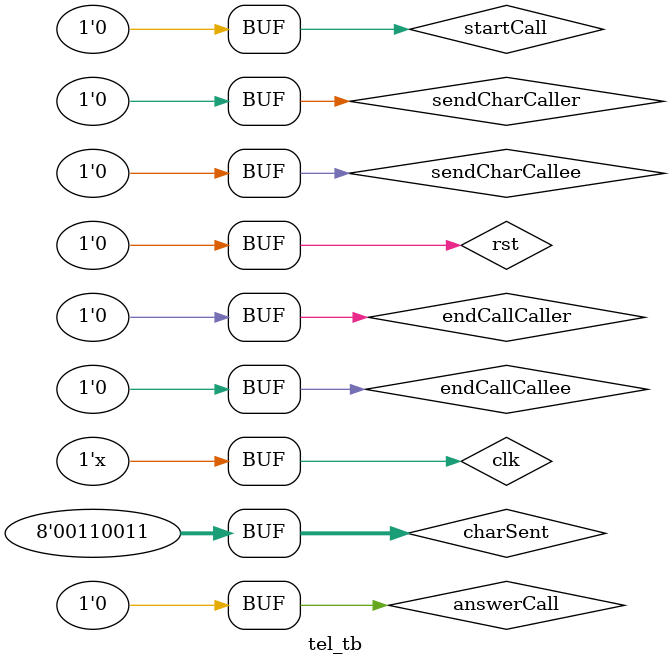
<source format=v>
`timescale 1ns / 1ps

module  tel_tb();

// I-O port names
reg clk;
reg rst;
reg startCall,answerCall;
reg endCallCaller,endCallCallee;
reg sendCharCaller,sendCharCallee;
reg [7:0] charSent;
wire[63:0] statusMsg;
wire[63:0] sentMsg;
wire[31:0] cost;

// module instantiation
tele uut   (
			.clk(clk),
         .rst(rst),
		   .startCall(startCall),
			.answerCall(answerCall),
		   .endCallCaller(endCallCaller),
			.endCallCallee(endCallCallee),
		   .sendCharCaller(sendCharCaller),
			.sendCharCallee(sendCharCallee),
		   .charSent(charSent),
		   .statusMsg(statusMsg),
		   .sentMsg(sentMsg),
			.cost(cost)								);



// 100 MHz clock
always #5 clk = ~clk; 

initial begin
	// initialize every input to 0
	clk = 0;
	rst = 0;
	startCall = 0;
	answerCall = 0;
	endCallCaller = 0;
	endCallCallee = 0;
	sendCharCaller = 0;
	sendCharCallee = 0;
	charSent = " ";
	
	// Xilinx global reset time
	#100; 
	
	// reset your circuit
	rst=1; #20; rst=0; #20; rst=0;              // reset
	
	startCall=1; #10; startCall=0; #10;         // caller starts call
	#100;                                       // statusMsg displaying "RINGING " 
	                                            // no answer for 10 clock cycles (and go back to IDLE)
	#20;
	
	startCall=1; #10; startCall=0; #10;         // caller starts call
	#20;                                        // statusMsg displaying "RINGING " 
	endCallCaller=1; #10; endCallCaller=0; #10; // caller ends the call
	#20;                                        // statusMsg displaying "RINGING " 
	
	startCall=1; #10; startCall=0; #10;         // caller starts call
	#20;                                        // statusMsg displaying "RINGING " 
	endCallCallee=1; #10; endCallCallee=0; #10; // callee rejects the call
	#100;                                       // statusMsg displaying 'REJECTED' for 10 clock cycles
	#20;
	
	startCall=1; #10; startCall=0;              // caller starts call
	#20;                                        // statusMsg displaying "RINGING " 
	answerCall=1; #10; answerCall=0;            // callee answer call
	#20;                                        // statusMsg displaying "CALLER  " 
	
	sendCharCaller=1; charSent="T"; #10; sendCharCaller=0; #10; // caller sends "T", sentMsg displaying "       T", cost is 2 
	sendCharCaller=1; charSent="E"; #10; sendCharCaller=0; #10; // caller sends "E", sentMsg displaying "      TE", cost is 4 
	sendCharCaller=1; charSent="R"; #10; sendCharCaller=0; #10; // caller sends "R", sentMsg displaying "     TER", cost is 6 
	sendCharCaller=1; charSent="M"; #10; sendCharCaller=0; #10; // caller sends "M", sentMsg displaying "    TERM", cost is 8 
	sendCharCaller=1; charSent=" "; #10; sendCharCaller=0; #10; // caller sends " ", sentMsg displaying "   TERM ", cost is 10
	sendCharCaller=1; charSent= 12; #10; sendCharCaller=0; #10; // caller sends (invalid char), no change on sentMsg and cost
	sendCharCaller=1; charSent="P"; #10; sendCharCaller=0; #10; // caller sends "P", sentMsg displaying "  TERM P", cost is 12
	#10;
	#10;
	sendCharCaller=1; charSent="R"; #10; sendCharCaller=0; #10; // caller sends "R", sentMsg displaying " TERM PR", cost is 14
	sendCharCaller=1; charSent="O"; #10; sendCharCaller=0; #10; // caller sends "O", sentMsg displaying "TERM PR0", cost is 16
	sendCharCaller=1; charSent="J"; #10; sendCharCaller=0; #10; // caller sends "J", sentMsg displaying "ERM PR0J", cost is 18
	sendCharCaller=1; charSent="E"; #10; sendCharCaller=0; #10; // caller sends "E", sentMsg displaying "RM PR0JE", cost is 20
	sendCharCaller=1; charSent="C"; #10; sendCharCaller=0; #10; // caller sends "C", sentMsg displaying "M PR0JEC", cost is 22
	sendCharCaller=1; charSent="T"; #10; sendCharCaller=0; #10; // caller sends "T", sentMsg displaying " PROJECT", cost is 24
	#10;
	#10;
	sendCharCaller=1; charSent=127; #10; sendCharCaller=0; #10; // caller sends DEL to change turn, cost is 26
	#10;                                                        // statusMsg displaying "CALLEE  " 
	#10;
	sendCharCallee=1; charSent="C"; #10; sendCharCallee=0; #10; // callee sends "C", sentMsg displaying "       C", cost is 28 
	sendCharCallee=1; charSent="S"; #10; sendCharCallee=0; #10; // callee sends "S", sentMsg displaying "      CS", cost is 30 
	#10;
	sendCharCallee=1; charSent="3"; #10; sendCharCallee=0; #10; // callee sends "3", sentMsg displaying "     CS3", cost is 31
	sendCharCallee=1; charSent="0"; #10; sendCharCallee=0; #10; // callee sends "0", sentMsg displaying "    CS30", cost is 32
	sendCharCallee=1; charSent="3"; #10; sendCharCallee=0; #10; // callee sends "3", sentMsg displaying "   CS303", cost is 33
	#10;
	endCallCallee=1; #10; endCallCallee=0; // callee ends the call
	#50;	                               // statusMsg displaying "COST    ", sentMsg displaying "00000021"
end


endmodule

</source>
